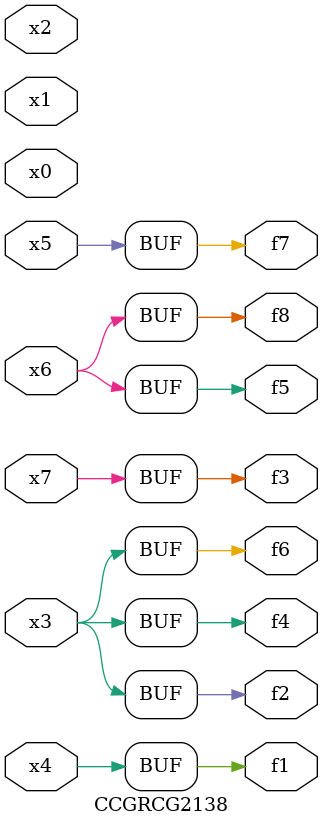
<source format=v>
module CCGRCG2138(
	input x0, x1, x2, x3, x4, x5, x6, x7,
	output f1, f2, f3, f4, f5, f6, f7, f8
);
	assign f1 = x4;
	assign f2 = x3;
	assign f3 = x7;
	assign f4 = x3;
	assign f5 = x6;
	assign f6 = x3;
	assign f7 = x5;
	assign f8 = x6;
endmodule

</source>
